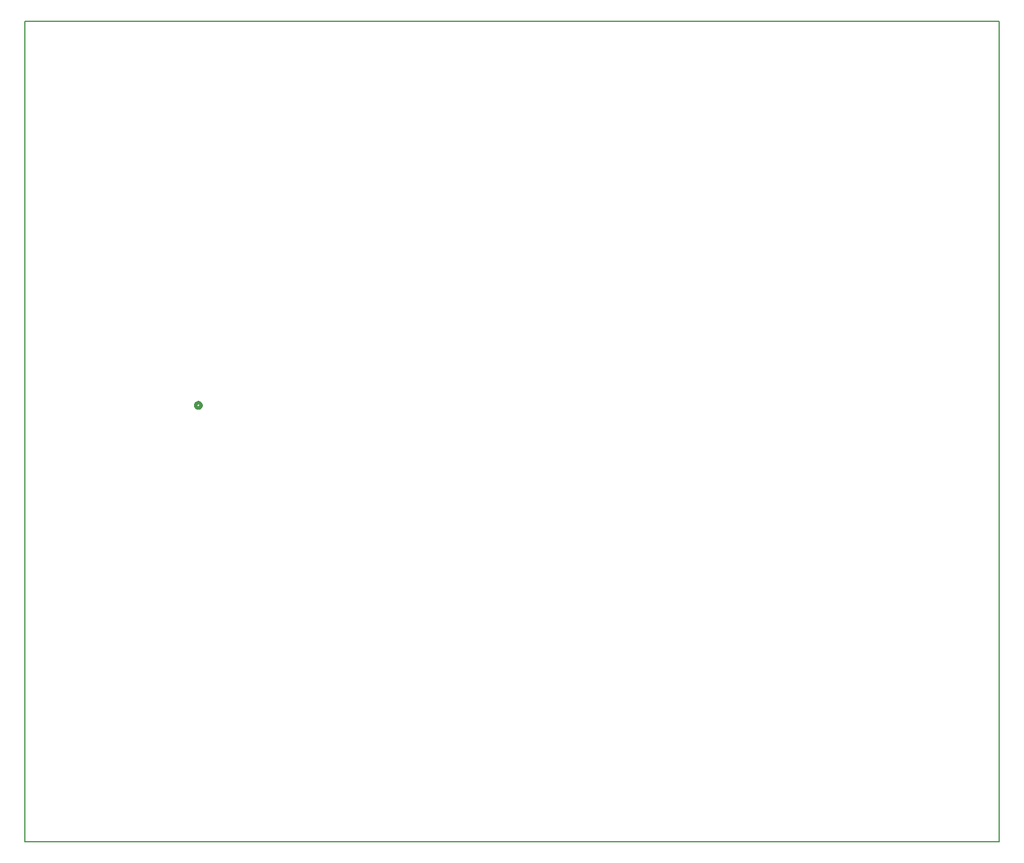
<source format=gbr>
G04 PROTEUS GERBER X2 FILE*
%TF.GenerationSoftware,Labcenter,Proteus,8.9-SP0-Build27865*%
%TF.CreationDate,2020-09-22T21:26:54+00:00*%
%TF.FileFunction,Legend,Bot*%
%TF.FilePolarity,Positive*%
%TF.Part,Single*%
%TF.SameCoordinates,{f185f003-b8c0-4bff-ac61-c446508f75ad}*%
%FSLAX45Y45*%
%MOMM*%
G01*
%TA.AperFunction,Profile*%
%ADD37C,0.203200*%
%TA.AperFunction,Material*%
%ADD44C,0.508000*%
%ADD43C,0.203200*%
%TD.AperFunction*%
D37*
X-9980000Y-2290000D02*
X+3960000Y-2290000D01*
X+3960000Y+9460000D01*
X-9980000Y+9460000D01*
X-9980000Y-2290000D01*
D44*
X-7461400Y+3960000D02*
X-7461531Y+3963158D01*
X-7462597Y+3969476D01*
X-7464828Y+3975794D01*
X-7468473Y+3982112D01*
X-7474048Y+3988351D01*
X-7480366Y+3992947D01*
X-7486684Y+3995880D01*
X-7493002Y+3997542D01*
X-7499320Y+3998100D01*
X-7499500Y+3998100D01*
X-7537600Y+3960000D02*
X-7537469Y+3963158D01*
X-7536403Y+3969476D01*
X-7534172Y+3975794D01*
X-7530527Y+3982112D01*
X-7524952Y+3988351D01*
X-7518634Y+3992947D01*
X-7512316Y+3995880D01*
X-7505998Y+3997542D01*
X-7499680Y+3998100D01*
X-7499500Y+3998100D01*
X-7537600Y+3960000D02*
X-7537469Y+3956842D01*
X-7536403Y+3950524D01*
X-7534172Y+3944206D01*
X-7530527Y+3937888D01*
X-7524952Y+3931649D01*
X-7518634Y+3927053D01*
X-7512316Y+3924120D01*
X-7505998Y+3922458D01*
X-7499680Y+3921900D01*
X-7499500Y+3921900D01*
X-7461400Y+3960000D02*
X-7461531Y+3956842D01*
X-7462597Y+3950524D01*
X-7464828Y+3944206D01*
X-7468473Y+3937888D01*
X-7474048Y+3931649D01*
X-7480366Y+3927053D01*
X-7486684Y+3924120D01*
X-7493002Y+3922458D01*
X-7499320Y+3921900D01*
X-7499500Y+3921900D01*
D43*
X-9980000Y-2290000D02*
X+3960000Y-2290000D01*
X+3960000Y+9460000D01*
X-9980000Y+9460000D01*
X-9980000Y-2290000D01*
M02*

</source>
